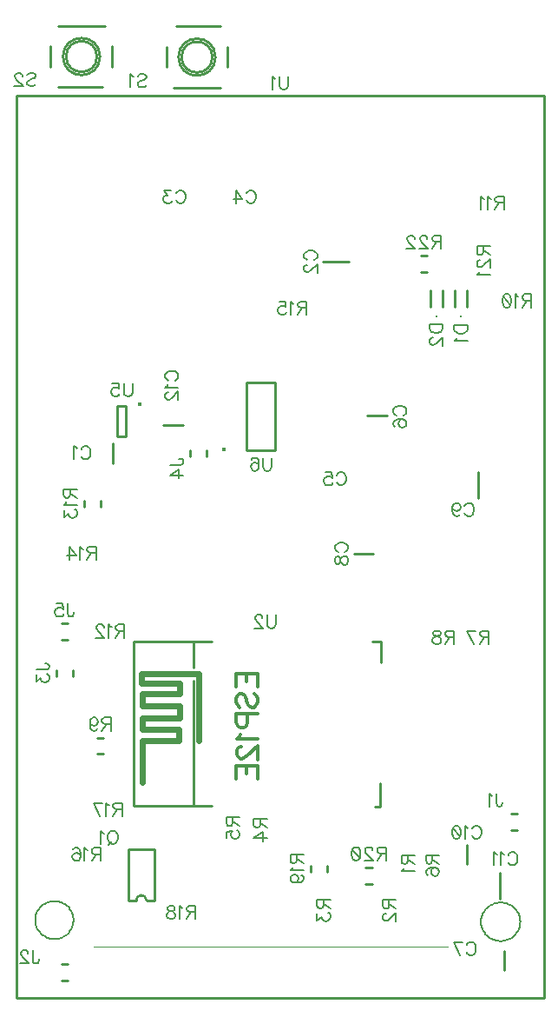
<source format=gbr>
G04 DipTrace 3.1.0.1*
G04 Íèæíÿÿìàðêèðîâêà.gbr*
%MOMM*%
G04 #@! TF.FileFunction,Legend,Bot*
G04 #@! TF.Part,Single*
%ADD10C,0.25*%
%ADD16C,0.2*%
%ADD17C,0.03333*%
%ADD23O,0.23999X0.23961*%
%ADD44C,0.6096*%
%ADD50O,0.39103X0.39118*%
%ADD52O,0.39193X0.39124*%
%ADD99C,0.19608*%
%ADD100C,0.31373*%
%FSLAX35Y35*%
G04*
G71*
G90*
G75*
G01*
G04 BotSilk*
%LPD*%
X2014750Y6616867D2*
D10*
Y6489880D1*
Y6458123D1*
Y6616867D2*
Y6648623D1*
X4096500Y8417373D2*
X4318750D1*
X4128250D2*
X4064750D1*
X4653244Y6918373D2*
X4526256D1*
X4494500D1*
X4653244D2*
X4685000D1*
X5826750Y1673867D2*
Y1546880D1*
Y1515123D1*
Y1673867D2*
Y1705623D1*
X4524244Y5575373D2*
X4397256D1*
X4365500D1*
X4524244D2*
X4556000D1*
X5580750Y6150123D2*
Y6372373D1*
Y6181873D2*
Y6118373D1*
X5464750Y2706867D2*
Y2579880D1*
Y2548123D1*
Y2706867D2*
Y2738623D1*
X5785750Y2248123D2*
Y2470373D1*
Y2279873D2*
Y2216373D1*
X5469748Y7977367D2*
Y8137365D1*
X5349752Y7977367D2*
Y8137365D1*
D23*
X5409750Y7883367D3*
X5229748Y7977367D2*
D10*
Y8137365D1*
X5109752Y7977367D2*
Y8137365D1*
D23*
X5169750Y7883367D3*
X5959670Y2883453D2*
D10*
X5899830D1*
X5959670Y3043293D2*
X5899830D1*
X1569670Y1414453D2*
X1509830D1*
X1569670Y1574293D2*
X1509830D1*
X1619670Y4443293D2*
Y4383453D1*
X1459830Y4443293D2*
Y4383453D1*
X2929670Y6583293D2*
Y6523453D1*
X2769830Y6583293D2*
Y6523453D1*
X1569670Y4733453D2*
X1509830D1*
X1569670Y4893293D2*
X1509830D1*
X2160732Y2197868D2*
Y2697878D1*
X2420768Y2197868D2*
Y2697878D1*
X2160732D2*
X2420768D1*
X2240726Y2197868D2*
X2160732D1*
X2340774D2*
X2420768D1*
X2240726D2*
G02X2340774Y2197868I50024J-23D01*
G01*
X1919670Y3622453D2*
X1859830D1*
X1919670Y3782293D2*
X1859830D1*
X1729830Y6033453D2*
Y6093293D1*
X1889670Y6033453D2*
Y6093293D1*
X4099670Y2537293D2*
Y2477453D1*
X3939830Y2537293D2*
Y2477453D1*
X4479830Y2518293D2*
X4539670D1*
X4479830Y2358453D2*
X4539670D1*
X5074417Y8316420D2*
X5014577D1*
X5074417Y8476260D2*
X5014577D1*
X2653133Y10411123D2*
G02X2653133Y10411123I179990J0D01*
G01*
X2603113Y10111105D2*
X3063133D1*
X3133161Y10311117D2*
Y10511129D1*
X3063133Y10711141D2*
X2633125D1*
X2533085Y10511129D2*
Y10311117D1*
X2683145Y10411123D2*
G02X2683145Y10411123I149978J0D01*
G01*
X1526887Y10416623D2*
G02X1526887Y10416623I179990J0D01*
G01*
X1936887Y10716641D2*
X1476867D1*
X1406839Y10516629D2*
Y10316617D1*
X1476867Y10116605D2*
X1906875D1*
X2006915Y10316617D2*
Y10516629D1*
X1556899Y10416623D2*
G02X1556899Y10416623I149978J0D01*
G01*
X6218373Y10038248D2*
X1074873D1*
Y1243498D1*
X6218373D1*
Y10038248D1*
X2212997Y3117570D2*
X2974976D1*
X2212997D2*
Y4720999D1*
X2974976D1*
X2800281D2*
Y4467047D1*
Y4339984D2*
Y3133584D1*
X4566757Y3111304D2*
X4616854D1*
X2781784Y4401427D2*
D44*
X2291866D1*
Y4311439D1*
X2661552D1*
Y4211355D1*
X2301629D1*
Y4091429D1*
X2661552D1*
Y3971328D1*
X2301629D1*
Y3861323D1*
X2651790D1*
Y3751318D1*
X2301629D1*
Y3351331D1*
X4616854Y3111304D2*
D10*
Y3336362D1*
X2791803Y4401427D2*
D44*
X2851662D1*
Y3751318D1*
X4626102Y4514565D2*
D10*
Y4720999D1*
X4546719D1*
D50*
X2273732Y7030754D3*
X2136405Y7017388D2*
D10*
Y6717393D1*
X2056419Y7017388D2*
Y6717393D1*
X2136405D2*
X2056419D1*
X2136405Y7017388D2*
X2056419D1*
D52*
X3093056Y6586017D3*
X3319751Y6583377D2*
D10*
Y7243345D1*
X3599749Y6583377D2*
Y7243345D1*
X3319751D2*
X3599749D1*
X3319751Y6583377D2*
X3599749D1*
X2536256Y6828373D2*
X2663244D1*
X2695000D1*
X2536256D2*
X2504500D1*
X5603750Y1988873D2*
D16*
X5604218Y2001953D1*
X5605619Y2014968D1*
X5607946Y2027857D1*
X5611188Y2040555D1*
X5615329Y2053002D1*
X5620349Y2065136D1*
X5626224Y2076899D1*
X5632925Y2088233D1*
X5640419Y2099083D1*
X5648669Y2109396D1*
X5657637Y2119122D1*
X5667277Y2128213D1*
X5677543Y2136625D1*
X5688385Y2144318D1*
X5699750Y2151253D1*
X5711583Y2157397D1*
X5723826Y2162720D1*
X5736419Y2167196D1*
X5749301Y2170804D1*
X5762410Y2173525D1*
X5775681Y2175346D1*
X5789049Y2176259D1*
X5802451D1*
X5815819Y2175346D1*
X5829090Y2173525D1*
X5842199Y2170804D1*
X5855081Y2167196D1*
X5867674Y2162720D1*
X5879917Y2157397D1*
X5891750Y2151253D1*
X5903115Y2144318D1*
X5913957Y2136625D1*
X5924223Y2128213D1*
X5933863Y2119122D1*
X5942831Y2109396D1*
X5951081Y2099083D1*
X5958575Y2088233D1*
X5965276Y2076899D1*
X5971151Y2065136D1*
X5976171Y2053002D1*
X5980312Y2040555D1*
X5983554Y2027857D1*
X5985881Y2014968D1*
X5987282Y2001953D1*
X5987750Y1988873D1*
X5987282Y1975794D1*
X5985881Y1962778D1*
X5983554Y1949890D1*
X5980312Y1937191D1*
X5976171Y1924745D1*
X5971151Y1912610D1*
X5965276Y1900847D1*
X5958575Y1889513D1*
X5951081Y1878664D1*
X5942831Y1868351D1*
X5933863Y1858625D1*
X5924223Y1849534D1*
X5913957Y1841121D1*
X5903115Y1833429D1*
X5891750Y1826494D1*
X5879917Y1820349D1*
X5867674Y1815026D1*
X5855081Y1810550D1*
X5842199Y1806943D1*
X5829090Y1804222D1*
X5815819Y1802400D1*
X5802451Y1801488D1*
X5789049D1*
X5775681Y1802400D1*
X5762410Y1804222D1*
X5749301Y1806943D1*
X5736419Y1810550D1*
X5723826Y1815026D1*
X5711583Y1820349D1*
X5699750Y1826494D1*
X5688385Y1833429D1*
X5677543Y1841121D1*
X5667277Y1849534D1*
X5657637Y1858625D1*
X5648669Y1868351D1*
X5640419Y1878664D1*
X5632925Y1889513D1*
X5626224Y1900847D1*
X5620349Y1912610D1*
X5615329Y1924745D1*
X5611188Y1937191D1*
X5607946Y1949890D1*
X5605619Y1962778D1*
X5604218Y1975794D1*
X5603750Y1988873D1*
X5278750Y1745373D2*
D17*
X1826750D1*
X1254750Y2005873D2*
D16*
X1255206Y2018743D1*
X1256570Y2031551D1*
X1258836Y2044233D1*
X1261994Y2056728D1*
X1266027Y2068976D1*
X1270917Y2080916D1*
X1276639Y2092491D1*
X1283165Y2103643D1*
X1290464Y2114320D1*
X1298500Y2124468D1*
X1307233Y2134038D1*
X1316623Y2142984D1*
X1326621Y2151261D1*
X1337181Y2158831D1*
X1348250Y2165655D1*
X1359775Y2171701D1*
X1371699Y2176939D1*
X1383964Y2181343D1*
X1396511Y2184893D1*
X1409278Y2187570D1*
X1422203Y2189363D1*
X1435224Y2190261D1*
X1448276D1*
X1461297Y2189363D1*
X1474222Y2187570D1*
X1486989Y2184893D1*
X1499536Y2181343D1*
X1511801Y2176939D1*
X1523725Y2171701D1*
X1535250Y2165655D1*
X1546319Y2158831D1*
X1556879Y2151261D1*
X1566877Y2142984D1*
X1576267Y2134038D1*
X1585000Y2124468D1*
X1593036Y2114320D1*
X1600335Y2103643D1*
X1606861Y2092491D1*
X1612583Y2080916D1*
X1617473Y2068976D1*
X1621506Y2056728D1*
X1624664Y2044233D1*
X1626930Y2031551D1*
X1628294Y2018743D1*
X1628750Y2005873D1*
X1628294Y1993003D1*
X1626930Y1980196D1*
X1624664Y1967514D1*
X1621506Y1955018D1*
X1617473Y1942771D1*
X1612583Y1930830D1*
X1606861Y1919256D1*
X1600335Y1908103D1*
X1593036Y1897427D1*
X1585000Y1887279D1*
X1576267Y1877709D1*
X1566877Y1868763D1*
X1556879Y1860485D1*
X1546319Y1852916D1*
X1535250Y1846092D1*
X1523725Y1840046D1*
X1511801Y1834808D1*
X1499536Y1830403D1*
X1486989Y1826854D1*
X1474222Y1824176D1*
X1461297Y1822384D1*
X1448276Y1821486D1*
X1435224D1*
X1422203Y1822384D1*
X1409278Y1824176D1*
X1396511Y1826854D1*
X1383964Y1830403D1*
X1371699Y1834808D1*
X1359775Y1840046D1*
X1348250Y1846092D1*
X1337181Y1852916D1*
X1326621Y1860485D1*
X1316623Y1868763D1*
X1307233Y1877709D1*
X1298500Y1887279D1*
X1290464Y1897427D1*
X1283165Y1908103D1*
X1276639Y1919256D1*
X1270917Y1930830D1*
X1266027Y1942771D1*
X1261994Y1955018D1*
X1258836Y1967514D1*
X1256570Y1980196D1*
X1255206Y1993003D1*
X1254750Y2005873D1*
X1704035Y6591287D2*
D99*
X1710071Y6603360D1*
X1722285Y6615573D1*
X1734358Y6621610D1*
X1758644D1*
X1770858Y6615573D1*
X1782931Y6603360D1*
X1789108Y6591287D1*
X1795144Y6573037D1*
Y6542573D1*
X1789108Y6524464D1*
X1782931Y6512250D1*
X1770858Y6500177D1*
X1758644Y6494000D1*
X1734358D1*
X1722285Y6500177D1*
X1710071Y6512250D1*
X1704035Y6524464D1*
X1664819Y6597183D2*
X1652606Y6603360D1*
X1634356Y6621470D1*
Y6494000D1*
X3909087Y8433963D2*
X3897014Y8440000D1*
X3884800Y8452213D1*
X3878764Y8464286D1*
Y8488573D1*
X3884800Y8500786D1*
X3897014Y8512859D1*
X3909087Y8519036D1*
X3927337Y8525073D1*
X3957800D1*
X3975910Y8519036D1*
X3988123Y8512859D1*
X4000196Y8500786D1*
X4006373Y8488573D1*
Y8464286D1*
X4000196Y8452213D1*
X3988123Y8440000D1*
X3975910Y8433963D1*
X3909227Y8388571D2*
X3903190D1*
X3890977Y8382534D1*
X3884940Y8376498D1*
X3878904Y8364284D1*
Y8339998D1*
X3884940Y8327924D1*
X3890977Y8321888D1*
X3903190Y8315711D1*
X3915263D1*
X3927477Y8321888D1*
X3945587Y8333961D1*
X4006373Y8394747D1*
Y8309674D1*
X2629976Y9084037D2*
X2636013Y9096110D1*
X2648226Y9108323D1*
X2660299Y9114360D1*
X2684586D1*
X2696799Y9108323D1*
X2708872Y9096110D1*
X2715049Y9084037D1*
X2721086Y9065787D1*
Y9035323D1*
X2715049Y9017214D1*
X2708872Y9005000D1*
X2696799Y8992927D1*
X2684586Y8986750D1*
X2660299D1*
X2648226Y8992927D1*
X2636013Y9005000D1*
X2629976Y9017214D1*
X2578547Y9114220D2*
X2511864D1*
X2548224Y9065646D1*
X2529974D1*
X2517901Y9059610D1*
X2511864Y9053573D1*
X2505687Y9035323D1*
Y9023250D1*
X2511864Y9005000D1*
X2523937Y8992787D1*
X2542187Y8986750D1*
X2560437D1*
X2578547Y8992787D1*
X2584584Y8998964D1*
X2590761Y9011037D1*
X3315995Y9084037D2*
X3322031Y9096110D1*
X3334245Y9108323D1*
X3346318Y9114360D1*
X3370604D1*
X3382818Y9108323D1*
X3394891Y9096110D1*
X3401068Y9084037D1*
X3407104Y9065787D1*
Y9035323D1*
X3401068Y9017214D1*
X3394891Y9005000D1*
X3382818Y8992927D1*
X3370604Y8986750D1*
X3346318D1*
X3334245Y8992927D1*
X3322031Y9005000D1*
X3315995Y9017214D1*
X3215992Y8986750D2*
Y9114220D1*
X3276779Y9029287D1*
X3185669D1*
X4195703Y6338190D2*
X4201739Y6350263D1*
X4213953Y6362477D1*
X4226026Y6368513D1*
X4250313D1*
X4262526Y6362477D1*
X4274599Y6350263D1*
X4280776Y6338190D1*
X4286813Y6319940D1*
Y6289477D1*
X4280776Y6271367D1*
X4274599Y6259154D1*
X4262526Y6247081D1*
X4250313Y6240904D1*
X4226026D1*
X4213953Y6247081D1*
X4201739Y6259154D1*
X4195703Y6271367D1*
X4083628Y6368373D2*
X4144274D1*
X4150310Y6313763D1*
X4144274Y6319800D1*
X4126024Y6325977D1*
X4107914D1*
X4089664Y6319800D1*
X4077451Y6307727D1*
X4071414Y6289477D1*
Y6277404D1*
X4077451Y6259154D1*
X4089664Y6246940D1*
X4107914Y6240904D1*
X4126024D1*
X4144274Y6246940D1*
X4150310Y6253117D1*
X4156487Y6265190D1*
X4778837Y6921875D2*
X4766764Y6927911D1*
X4754550Y6940125D1*
X4748514Y6952198D1*
Y6976484D1*
X4754550Y6988698D1*
X4766764Y7000771D1*
X4778837Y7006948D1*
X4797087Y7012984D1*
X4827550D1*
X4845660Y7006948D1*
X4857873Y7000771D1*
X4869946Y6988698D1*
X4876123Y6976484D1*
Y6952198D1*
X4869946Y6940124D1*
X4857873Y6927911D1*
X4845660Y6921875D1*
X4766763Y6809799D2*
X4754690Y6815836D1*
X4748654Y6834086D1*
Y6846159D1*
X4754690Y6864409D1*
X4772940Y6876622D1*
X4803264Y6882659D1*
X4833587D1*
X4857873Y6876622D1*
X4870087Y6864409D1*
X4876123Y6846159D1*
Y6840122D1*
X4870087Y6822013D1*
X4857873Y6809799D1*
X4839623Y6803763D1*
X4833586D1*
X4815336Y6809799D1*
X4803263Y6822013D1*
X4797227Y6840123D1*
Y6846159D1*
X4803264Y6864409D1*
X4815337Y6876622D1*
X4833587Y6882659D1*
X5463340Y1761287D2*
X5469376Y1773360D1*
X5481590Y1785573D1*
X5493663Y1791610D1*
X5517949D1*
X5530163Y1785573D1*
X5542236Y1773360D1*
X5548413Y1761287D1*
X5554449Y1743037D1*
Y1712573D1*
X5548413Y1694464D1*
X5542236Y1682250D1*
X5530163Y1670177D1*
X5517949Y1664000D1*
X5493663D1*
X5481590Y1670177D1*
X5469376Y1682250D1*
X5463340Y1694464D1*
X5399837Y1664000D2*
X5339051Y1791470D1*
X5424124D1*
X4209837Y5591893D2*
X4197764Y5597929D1*
X4185550Y5610143D1*
X4179514Y5622216D1*
Y5646502D1*
X4185550Y5658716D1*
X4197764Y5670789D1*
X4209837Y5676966D1*
X4228087Y5683002D1*
X4258550D1*
X4276660Y5676966D1*
X4288873Y5670789D1*
X4300946Y5658716D1*
X4307123Y5646502D1*
Y5622216D1*
X4300946Y5610143D1*
X4288873Y5597929D1*
X4276660Y5591893D1*
X4179654Y5522354D2*
X4185690Y5540464D1*
X4197764Y5546641D1*
X4209977D1*
X4222050Y5540464D1*
X4228227Y5528391D1*
X4234263Y5504104D1*
X4240300Y5485854D1*
X4252513Y5473781D1*
X4264586Y5467745D1*
X4282836D1*
X4294910Y5473781D1*
X4301087Y5479818D1*
X4307123Y5498068D1*
Y5522354D1*
X4301087Y5540464D1*
X4294910Y5546641D1*
X4282837Y5552677D1*
X4264587D1*
X4252514Y5546641D1*
X4240300Y5534427D1*
X4234264Y5516318D1*
X4228227Y5492031D1*
X4222050Y5479818D1*
X4209977Y5473781D1*
X4197763D1*
X4185690Y5479818D1*
X4179654Y5498068D1*
Y5522354D1*
X5444321Y6038037D2*
X5450358Y6050110D1*
X5462571Y6062323D1*
X5474644Y6068360D1*
X5498931D1*
X5511144Y6062323D1*
X5523217Y6050110D1*
X5529394Y6038037D1*
X5535431Y6019787D1*
Y5989323D1*
X5529394Y5971214D1*
X5523217Y5959000D1*
X5511144Y5946927D1*
X5498931Y5940750D1*
X5474644D1*
X5462571Y5946927D1*
X5450358Y5959000D1*
X5444321Y5971214D1*
X5326069Y6025823D2*
X5332246Y6007573D1*
X5344319Y5995360D1*
X5362569Y5989323D1*
X5368606D1*
X5386856Y5995360D1*
X5398929Y6007573D1*
X5405106Y6025823D1*
Y6031860D1*
X5398929Y6050110D1*
X5386856Y6062183D1*
X5368606Y6068220D1*
X5362569D1*
X5344319Y6062183D1*
X5332246Y6050110D1*
X5326069Y6025823D1*
Y5995360D1*
X5332246Y5965037D1*
X5344319Y5946787D1*
X5362569Y5940750D1*
X5374642D1*
X5392892Y5946787D1*
X5398929Y5959000D1*
X5516179Y2894287D2*
X5522216Y2906360D1*
X5534429Y2918573D1*
X5546502Y2924610D1*
X5570789D1*
X5583002Y2918573D1*
X5595075Y2906360D1*
X5601252Y2894287D1*
X5607289Y2876037D1*
Y2845573D1*
X5601252Y2827464D1*
X5595075Y2815250D1*
X5583002Y2803177D1*
X5570789Y2797000D1*
X5546502D1*
X5534429Y2803177D1*
X5522216Y2815250D1*
X5516179Y2827464D1*
X5476963Y2900183D2*
X5464750Y2906360D1*
X5446500Y2924470D1*
Y2797000D1*
X5370784Y2924470D2*
X5389034Y2918433D1*
X5401248Y2900183D1*
X5407284Y2869860D1*
Y2851610D1*
X5401248Y2821287D1*
X5389034Y2803037D1*
X5370784Y2797000D1*
X5358711D1*
X5340461Y2803037D1*
X5328388Y2821287D1*
X5322211Y2851610D1*
Y2869860D1*
X5328388Y2900183D1*
X5340461Y2918433D1*
X5358711Y2924470D1*
X5370784D1*
X5328388Y2900183D2*
X5401248Y2821287D1*
X5868874Y2637037D2*
X5874911Y2649110D1*
X5887124Y2661323D1*
X5899197Y2667360D1*
X5923484D1*
X5935697Y2661323D1*
X5947770Y2649110D1*
X5953947Y2637037D1*
X5959984Y2618787D1*
Y2588323D1*
X5953947Y2570214D1*
X5947770Y2558000D1*
X5935697Y2545927D1*
X5923484Y2539750D1*
X5899197D1*
X5887124Y2545927D1*
X5874911Y2558000D1*
X5868874Y2570214D1*
X5829659Y2642933D2*
X5817445Y2649110D1*
X5799195Y2667220D1*
Y2539750D1*
X5759980Y2642933D2*
X5747766Y2649110D1*
X5729516Y2667220D1*
Y2539750D1*
X5343765Y7801760D2*
X5471375Y7801759D1*
Y7759223D1*
X5465198Y7740973D1*
X5453125Y7728760D1*
X5440911Y7722723D1*
X5422802Y7716687D1*
X5392338D1*
X5374088Y7722723D1*
X5362015Y7728760D1*
X5349802Y7740973D1*
X5343765Y7759223D1*
Y7801760D1*
X5368192Y7677471D2*
X5362015Y7665258D1*
X5343905Y7647008D1*
X5471375D1*
X5103765Y7809064D2*
X5231375D1*
Y7766528D1*
X5225198Y7748278D1*
X5213125Y7736064D1*
X5200911Y7730028D1*
X5182802Y7723991D1*
X5152338D1*
X5134088Y7730028D1*
X5122015Y7736064D1*
X5109802Y7748278D1*
X5103765Y7766528D1*
Y7809064D1*
X5134229Y7678599D2*
X5128192D1*
X5115979Y7672562D1*
X5109942Y7666526D1*
X5103906Y7654312D1*
X5103905Y7630026D1*
X5109942Y7617953D1*
X5115979Y7611916D1*
X5128192Y7605739D1*
X5140265D1*
X5152479Y7611916D1*
X5170588Y7623989D1*
X5231375Y7684776D1*
Y7599703D1*
X5754196Y3239360D2*
Y3142214D1*
X5760233Y3123964D1*
X5766410Y3117927D1*
X5778483Y3111750D1*
X5790696D1*
X5802769Y3117927D1*
X5808806Y3123964D1*
X5814983Y3142214D1*
Y3154287D1*
X5714981Y3214933D2*
X5702767Y3221110D1*
X5684517Y3239220D1*
Y3111750D1*
X1231501Y1710360D2*
Y1613214D1*
X1237538Y1594964D1*
X1243715Y1588927D1*
X1255788Y1582750D1*
X1268001D1*
X1280074Y1588927D1*
X1286111Y1594964D1*
X1292288Y1613214D1*
Y1625287D1*
X1186109Y1679896D2*
Y1685933D1*
X1180072Y1698146D1*
X1174035Y1704183D1*
X1161822Y1710220D1*
X1137535D1*
X1125462Y1704183D1*
X1119426Y1698146D1*
X1113249Y1685933D1*
Y1673860D1*
X1119426Y1661646D1*
X1131499Y1643537D1*
X1192285Y1582750D1*
X1107212D1*
X1263764Y4445125D2*
X1360910D1*
X1379160Y4451161D1*
X1385196Y4457338D1*
X1391373Y4469411D1*
Y4481624D1*
X1385196Y4493698D1*
X1379160Y4499734D1*
X1360910Y4505911D1*
X1348837D1*
X1263904Y4393696D2*
Y4327013D1*
X1312477Y4363373D1*
Y4345123D1*
X1318513Y4333049D1*
X1324550Y4327013D1*
X1342800Y4320836D1*
X1354873D1*
X1373123Y4327013D1*
X1385337Y4339086D1*
X1391373Y4357336D1*
Y4375586D1*
X1385337Y4393695D1*
X1379160Y4399732D1*
X1367087Y4405909D1*
X2573764Y6438143D2*
X2670910D1*
X2689160Y6444179D1*
X2695196Y6450356D1*
X2701373Y6462429D1*
Y6474643D1*
X2695196Y6486716D1*
X2689160Y6492752D1*
X2670910Y6498929D1*
X2658837D1*
X2701373Y6338141D2*
X2573904D1*
X2658837Y6398927D1*
X2658836Y6307818D1*
X1571501Y5089360D2*
Y4992214D1*
X1577538Y4973964D1*
X1583715Y4967927D1*
X1595788Y4961750D1*
X1608001D1*
X1620074Y4967927D1*
X1626111Y4973964D1*
X1632288Y4992214D1*
Y5004287D1*
X1459426Y5089220D2*
X1520072D1*
X1526109Y5034610D1*
X1520072Y5040646D1*
X1501822Y5046823D1*
X1483712D1*
X1465462Y5040646D1*
X1453249Y5028573D1*
X1447212Y5010323D1*
Y4998250D1*
X1453249Y4980000D1*
X1465462Y4967787D1*
X1483712Y4961750D1*
X1501822D1*
X1520072Y4967787D1*
X1526109Y4973964D1*
X1532285Y4986037D1*
X2024733Y2875865D2*
X2036806Y2869969D1*
X2049019Y2857755D1*
X2055056Y2845542D1*
X2061233Y2827292D1*
Y2796969D1*
X2055056Y2778719D1*
X2049019Y2766646D1*
X2036806Y2754432D1*
X2024733Y2748396D1*
X2000446D1*
X1988233Y2754432D1*
X1976160Y2766646D1*
X1970123Y2778719D1*
X1963946Y2796969D1*
Y2827292D1*
X1970123Y2845542D1*
X1976160Y2857755D1*
X1988233Y2869969D1*
X2000446Y2875865D1*
X2024733D1*
X2006483Y2772682D2*
X1970123Y2736182D1*
X1924731Y2851438D2*
X1912517Y2857615D1*
X1894267Y2875725D1*
Y2748255D1*
X4889550Y2635750D2*
Y2581140D1*
X4883373Y2562890D1*
X4877337Y2556713D1*
X4865264Y2550677D1*
X4853050D1*
X4840977Y2556713D1*
X4834800Y2562890D1*
X4828764Y2581140D1*
Y2635750D1*
X4956373Y2635749D1*
X4889550Y2593213D2*
X4956373Y2550676D1*
X4853190Y2511461D2*
X4847013Y2499248D1*
X4828904Y2480998D1*
X4956373D1*
X4708550Y2201054D2*
Y2146445D1*
X4702373Y2128195D1*
X4696337Y2122018D1*
X4684264Y2115981D1*
X4672050D1*
X4659977Y2122018D1*
X4653800Y2128195D1*
X4647764Y2146445D1*
Y2201054D1*
X4775373D1*
X4708550Y2158518D2*
X4775373Y2115981D1*
X4678227Y2070589D2*
X4672190D1*
X4659977Y2064552D1*
X4653940Y2058516D1*
X4647904Y2046302D1*
Y2022016D1*
X4653940Y2009943D1*
X4659977Y2003906D1*
X4672190Y1997729D1*
X4684263D1*
X4696477Y2003906D1*
X4714587Y2015979D1*
X4775373Y2076766D1*
Y1991693D1*
X4066550Y2205054D2*
Y2150445D1*
X4060373Y2132195D1*
X4054337Y2126018D1*
X4042264Y2119981D1*
X4030050D1*
X4017977Y2126018D1*
X4011800Y2132195D1*
X4005764Y2150445D1*
Y2205054D1*
X4133373D1*
X4066550Y2162518D2*
X4133373Y2119981D1*
X4005904Y2068552D2*
Y2001870D1*
X4054477Y2038229D1*
Y2019979D1*
X4060513Y2007906D1*
X4066550Y2001870D1*
X4084800Y1995693D1*
X4096873D1*
X4115123Y2001870D1*
X4127337Y2013943D1*
X4133373Y2032193D1*
Y2050443D1*
X4127337Y2068552D1*
X4121160Y2074589D1*
X4109087Y2080766D1*
X3448550Y2991073D2*
Y2936463D1*
X3442373Y2918213D1*
X3436337Y2912036D1*
X3424264Y2906000D1*
X3412050D1*
X3399977Y2912036D1*
X3393800Y2918213D1*
X3387764Y2936463D1*
Y2991073D1*
X3515373D1*
X3448550Y2948536D2*
X3515373Y2905999D1*
Y2805997D2*
X3387904Y2805998D1*
X3472837Y2866784D1*
X3472836Y2775674D1*
X3182550Y3005054D2*
Y2950445D1*
X3176373Y2932195D1*
X3170337Y2926018D1*
X3158264Y2919981D1*
X3146050D1*
X3133977Y2926018D1*
X3127800Y2932195D1*
X3121764Y2950445D1*
Y3005054D1*
X3249373D1*
X3182550Y2962518D2*
X3249373Y2919981D1*
X3121904Y2807906D2*
Y2868552D1*
X3176514Y2874589D1*
X3170477Y2868552D1*
X3164300Y2850302D1*
Y2832193D1*
X3170477Y2813943D1*
X3182550Y2801729D1*
X3200800Y2795693D1*
X3212873D1*
X3231123Y2801729D1*
X3243337Y2813943D1*
X3249373Y2832193D1*
Y2850302D1*
X3243337Y2868552D1*
X3237160Y2874589D1*
X3225087Y2880766D1*
X5129550Y2639966D2*
Y2585356D1*
X5123373Y2567106D1*
X5117337Y2560929D1*
X5105264Y2554893D1*
X5093050D1*
X5080977Y2560929D1*
X5074800Y2567106D1*
X5068764Y2585356D1*
Y2639966D1*
X5196373D1*
X5129550Y2597429D2*
X5196373Y2554893D1*
X5087013Y2442818D2*
X5074940Y2448854D1*
X5068904Y2467104D1*
Y2479177D1*
X5074940Y2497427D1*
X5093190Y2509641D1*
X5123514Y2515677D1*
X5153837D1*
X5178123Y2509641D1*
X5190337Y2497427D1*
X5196373Y2479177D1*
Y2473141D1*
X5190337Y2455031D1*
X5178123Y2442818D1*
X5159873Y2436781D1*
X5153836D1*
X5135586Y2442818D1*
X5123513Y2455031D1*
X5117477Y2473141D1*
Y2479177D1*
X5123514Y2497427D1*
X5135587Y2509641D1*
X5153837Y2515677D1*
X5679431Y4763573D2*
X5624821D1*
X5606571Y4769750D1*
X5600394Y4775787D1*
X5594358Y4787860D1*
Y4800073D1*
X5600394Y4812146D1*
X5606571Y4818323D1*
X5624821Y4824360D1*
X5679431D1*
Y4696750D1*
X5636894Y4763573D2*
X5594358Y4696750D1*
X5530856D2*
X5470069Y4824220D1*
X5555142D1*
X5339361Y4763573D2*
X5284751D1*
X5266501Y4769750D1*
X5260324Y4775787D1*
X5254288Y4787860D1*
Y4800073D1*
X5260324Y4812146D1*
X5266501Y4818323D1*
X5284751Y4824360D1*
X5339361D1*
Y4696750D1*
X5296824Y4763573D2*
X5254288Y4696750D1*
X5184749Y4824220D2*
X5202859Y4818183D1*
X5209035Y4806110D1*
Y4793896D1*
X5202859Y4781823D1*
X5190785Y4775646D1*
X5166499Y4769610D1*
X5148249Y4763573D1*
X5136176Y4751360D1*
X5130139Y4739287D1*
Y4721037D1*
X5136176Y4708964D1*
X5142212Y4702787D1*
X5160462Y4696750D1*
X5184749D1*
X5202859Y4702787D1*
X5209035Y4708964D1*
X5215072Y4721037D1*
Y4739287D1*
X5209035Y4751360D1*
X5196822Y4763573D1*
X5178712Y4769610D1*
X5154426Y4775646D1*
X5142212Y4781823D1*
X5136176Y4793896D1*
Y4806110D1*
X5142212Y4818183D1*
X5160462Y4824220D1*
X5184749D1*
X1991413Y3917573D2*
X1936803D1*
X1918553Y3923750D1*
X1912376Y3929787D1*
X1906340Y3941860D1*
Y3954073D1*
X1912376Y3966146D1*
X1918553Y3972323D1*
X1936803Y3978360D1*
X1991413D1*
Y3850750D1*
X1948876Y3917573D2*
X1906340Y3850750D1*
X1788087Y3935823D2*
X1794264Y3917573D1*
X1806337Y3905360D1*
X1824587Y3899323D1*
X1830624D1*
X1848874Y3905360D1*
X1860947Y3917573D1*
X1867124Y3935823D1*
Y3941860D1*
X1860947Y3960110D1*
X1848874Y3972183D1*
X1830624Y3978220D1*
X1824587D1*
X1806337Y3972183D1*
X1794264Y3960110D1*
X1788087Y3935823D1*
Y3905360D1*
X1794264Y3875037D1*
X1806337Y3856787D1*
X1824587Y3850750D1*
X1836660D1*
X1854910Y3856787D1*
X1860947Y3869000D1*
X6091897Y8040973D2*
X6037288D1*
X6019038Y8047150D1*
X6012861Y8053187D1*
X6006824Y8065260D1*
Y8077473D1*
X6012861Y8089546D1*
X6019038Y8095723D1*
X6037288Y8101760D1*
X6091897D1*
Y7974150D1*
X6049361Y8040973D2*
X6006824Y7974150D1*
X5967608Y8077333D2*
X5955395Y8083510D1*
X5937145Y8101620D1*
Y7974150D1*
X5861429Y8101620D2*
X5879679Y8095583D1*
X5891893Y8077333D1*
X5897929Y8047010D1*
Y8028760D1*
X5891893Y7998437D1*
X5879679Y7980187D1*
X5861429Y7974150D1*
X5849356D1*
X5831106Y7980187D1*
X5819033Y7998437D1*
X5812856Y8028760D1*
Y8047010D1*
X5819033Y8077333D1*
X5831106Y8095583D1*
X5849356Y8101620D1*
X5861429D1*
X5819033Y8077333D2*
X5891893Y7998437D1*
X5826492Y8993373D2*
X5771883D1*
X5753633Y8999550D1*
X5747456Y9005587D1*
X5741419Y9017660D1*
Y9029873D1*
X5747456Y9041946D1*
X5753633Y9048123D1*
X5771883Y9054160D1*
X5826492D1*
Y8926550D1*
X5783956Y8993373D2*
X5741419Y8926550D1*
X5702204Y9029733D2*
X5689990Y9035910D1*
X5671740Y9054020D1*
Y8926550D1*
X5632524Y9029733D2*
X5620311Y9035910D1*
X5602061Y9054020D1*
Y8926550D1*
X2124270Y4823573D2*
X2069661D1*
X2051411Y4829750D1*
X2045234Y4835787D1*
X2039197Y4847860D1*
Y4860073D1*
X2045234Y4872146D1*
X2051411Y4878323D1*
X2069661Y4884360D1*
X2124270D1*
Y4756750D1*
X2081734Y4823573D2*
X2039197Y4756750D1*
X1999982Y4859933D2*
X1987768Y4866110D1*
X1969518Y4884220D1*
Y4756750D1*
X1924126Y4853896D2*
Y4859933D1*
X1918089Y4872146D1*
X1912053Y4878183D1*
X1899839Y4884220D1*
X1875553D1*
X1863480Y4878183D1*
X1857443Y4872146D1*
X1851266Y4859933D1*
Y4847860D1*
X1857443Y4835646D1*
X1869516Y4817537D1*
X1930303Y4756750D1*
X1845230D1*
X1594550Y6202894D2*
Y6148284D1*
X1588373Y6130034D1*
X1582337Y6123857D1*
X1570264Y6117821D1*
X1558050D1*
X1545977Y6123857D1*
X1539800Y6130034D1*
X1533764Y6148284D1*
Y6202894D1*
X1661373D1*
X1594550Y6160357D2*
X1661373Y6117821D1*
X1558190Y6078605D2*
X1552014Y6066392D1*
X1533904Y6048142D1*
X1661373D1*
X1533904Y5996713D2*
Y5930030D1*
X1582477Y5966390D1*
Y5948140D1*
X1588513Y5936067D1*
X1594550Y5930030D1*
X1612800Y5923853D1*
X1624873D1*
X1643123Y5930030D1*
X1655337Y5942103D1*
X1661373Y5960353D1*
Y5978603D1*
X1655337Y5996713D1*
X1649160Y6002749D1*
X1637087Y6008926D1*
X1847289Y5583573D2*
X1792679D1*
X1774429Y5589750D1*
X1768252Y5595787D1*
X1762216Y5607860D1*
Y5620073D1*
X1768252Y5632146D1*
X1774429Y5638323D1*
X1792679Y5644360D1*
X1847289D1*
Y5516750D1*
X1804752Y5583573D2*
X1762216Y5516750D1*
X1723000Y5619933D2*
X1710787Y5626110D1*
X1692537Y5644220D1*
Y5516750D1*
X1592534D2*
Y5644220D1*
X1653321Y5559287D1*
X1562211D1*
X3901270Y7968573D2*
X3846661D1*
X3828411Y7974750D1*
X3822234Y7980787D1*
X3816197Y7992860D1*
Y8005073D1*
X3822234Y8017146D1*
X3828411Y8023323D1*
X3846661Y8029360D1*
X3901270D1*
Y7901750D1*
X3858734Y7968573D2*
X3816197Y7901750D1*
X3776982Y8004933D2*
X3764768Y8011110D1*
X3746518Y8029220D1*
Y7901750D1*
X3634443Y8029220D2*
X3695089D1*
X3701126Y7974610D1*
X3695089Y7980646D1*
X3676839Y7986823D1*
X3658730D1*
X3640480Y7980646D1*
X3628266Y7968573D1*
X3622230Y7950323D1*
Y7938250D1*
X3628266Y7920000D1*
X3640480Y7907787D1*
X3658730Y7901750D1*
X3676839D1*
X3695089Y7907787D1*
X3701126Y7913964D1*
X3707303Y7926037D1*
X1890182Y2648573D2*
X1835572D1*
X1817322Y2654750D1*
X1811145Y2660787D1*
X1805109Y2672860D1*
Y2685073D1*
X1811145Y2697146D1*
X1817322Y2703323D1*
X1835572Y2709360D1*
X1890182D1*
Y2581750D1*
X1847645Y2648573D2*
X1805109Y2581750D1*
X1765893Y2684933D2*
X1753680Y2691110D1*
X1735430Y2709220D1*
Y2581750D1*
X1623355Y2691110D2*
X1629391Y2703183D1*
X1647641Y2709220D1*
X1659714D1*
X1677964Y2703183D1*
X1690178Y2684933D1*
X1696214Y2654610D1*
Y2624287D1*
X1690178Y2600000D1*
X1677964Y2587787D1*
X1659714Y2581750D1*
X1653678D1*
X1635568Y2587787D1*
X1623355Y2600000D1*
X1617318Y2618250D1*
Y2624287D1*
X1623355Y2642537D1*
X1635568Y2654610D1*
X1653678Y2660646D1*
X1659714D1*
X1677964Y2654610D1*
X1690178Y2642537D1*
X1696214Y2624287D1*
X2101270Y3086573D2*
X2046661D1*
X2028411Y3092750D1*
X2022234Y3098787D1*
X2016197Y3110860D1*
Y3123073D1*
X2022234Y3135146D1*
X2028411Y3141323D1*
X2046661Y3147360D1*
X2101270D1*
Y3019750D1*
X2058734Y3086573D2*
X2016197Y3019750D1*
X1976982Y3122933D2*
X1964768Y3129110D1*
X1946518Y3147220D1*
Y3019750D1*
X1883016D2*
X1822230Y3147220D1*
X1907303D1*
X2817200Y2084573D2*
X2762591D1*
X2744341Y2090750D1*
X2738164Y2096787D1*
X2732127Y2108860D1*
Y2121073D1*
X2738164Y2133146D1*
X2744341Y2139323D1*
X2762591Y2145360D1*
X2817200D1*
Y2017750D1*
X2774664Y2084573D2*
X2732127Y2017750D1*
X2692912Y2120933D2*
X2680698Y2127110D1*
X2662448Y2145220D1*
Y2017750D1*
X2592909Y2145220D2*
X2611019Y2139183D1*
X2617196Y2127110D1*
Y2114896D1*
X2611019Y2102823D1*
X2598946Y2096646D1*
X2574659Y2090610D1*
X2556409Y2084573D1*
X2544336Y2072360D1*
X2538300Y2060287D1*
Y2042037D1*
X2544336Y2029964D1*
X2550373Y2023787D1*
X2568623Y2017750D1*
X2592909D1*
X2611019Y2023787D1*
X2617196Y2029964D1*
X2623232Y2042037D1*
Y2060287D1*
X2617196Y2072360D1*
X2604982Y2084573D1*
X2586873Y2090610D1*
X2562586Y2096646D1*
X2550373Y2102823D1*
X2544336Y2114896D1*
Y2127110D1*
X2550373Y2139183D1*
X2568623Y2145220D1*
X2592909D1*
X3804550Y2643876D2*
Y2589266D1*
X3798373Y2571016D1*
X3792337Y2564839D1*
X3780264Y2558803D1*
X3768050D1*
X3755977Y2564839D1*
X3749800Y2571016D1*
X3743764Y2589266D1*
Y2643876D1*
X3871373D1*
X3804550Y2601339D2*
X3871373Y2558803D1*
X3768190Y2519587D2*
X3762014Y2507374D1*
X3743904Y2489124D1*
X3871373Y2489123D1*
X3786300Y2370871D2*
X3804550Y2377048D1*
X3816763Y2389121D1*
X3822800Y2407371D1*
Y2413408D1*
X3816764Y2431658D1*
X3804550Y2443731D1*
X3786300Y2449908D1*
X3780264D1*
X3762014Y2443731D1*
X3749940Y2431658D1*
X3743904Y2413408D1*
Y2407371D1*
X3749940Y2389121D1*
X3762013Y2377048D1*
X3786300Y2370871D1*
X3816763D1*
X3847086Y2377048D1*
X3865337Y2389121D1*
X3871373Y2407371D1*
Y2419444D1*
X3865337Y2437694D1*
X3853123Y2443731D1*
X4676575Y2653573D2*
X4621966D1*
X4603716Y2659750D1*
X4597539Y2665787D1*
X4591502Y2677860D1*
Y2690073D1*
X4597539Y2702146D1*
X4603716Y2708323D1*
X4621966Y2714360D1*
X4676575D1*
Y2586750D1*
X4634039Y2653573D2*
X4591502Y2586750D1*
X4546110Y2683896D2*
Y2689933D1*
X4540073Y2702146D1*
X4534037Y2708183D1*
X4521823Y2714220D1*
X4497537D1*
X4485463Y2708183D1*
X4479427Y2702146D1*
X4473250Y2689933D1*
Y2677860D1*
X4479427Y2665646D1*
X4491500Y2647537D1*
X4552287Y2586750D1*
X4467213D1*
X4391498Y2714220D2*
X4409748Y2708183D1*
X4421961Y2689933D1*
X4427998Y2659610D1*
Y2641360D1*
X4421961Y2611037D1*
X4409748Y2592787D1*
X4391498Y2586750D1*
X4379425D1*
X4361175Y2592787D1*
X4349102Y2611037D1*
X4342925Y2641360D1*
Y2659610D1*
X4349102Y2689933D1*
X4361175Y2708183D1*
X4379425Y2714220D1*
X4391498D1*
X4349102Y2689933D2*
X4421961Y2611037D1*
X5624950Y8567847D2*
Y8513238D1*
X5618773Y8494988D1*
X5612737Y8488811D1*
X5600664Y8482774D1*
X5588450D1*
X5576377Y8488811D1*
X5570200Y8494988D1*
X5564164Y8513238D1*
Y8567847D1*
X5691773D1*
X5624950Y8525311D2*
X5691773Y8482774D1*
X5594627Y8437382D2*
X5588590D1*
X5576377Y8431345D1*
X5570340Y8425309D1*
X5564304Y8413095D1*
Y8388809D1*
X5570340Y8376736D1*
X5576377Y8370699D1*
X5588590Y8364522D1*
X5600664D1*
X5612877Y8370699D1*
X5630987Y8382772D1*
X5691773Y8443558D1*
Y8358485D1*
X5588590Y8319270D2*
X5582413Y8307057D1*
X5564304Y8288807D1*
X5691773D1*
X5211322Y8611540D2*
X5156712D1*
X5138462Y8617717D1*
X5132285Y8623754D1*
X5126249Y8635827D1*
Y8648040D1*
X5132285Y8660113D1*
X5138462Y8666290D1*
X5156712Y8672327D1*
X5211322D1*
Y8544717D1*
X5168785Y8611540D2*
X5126249Y8544717D1*
X5080856Y8641863D2*
Y8647900D1*
X5074820Y8660113D1*
X5068783Y8666150D1*
X5056570Y8672186D1*
X5032283D1*
X5020210Y8666150D1*
X5014174Y8660113D1*
X5007997Y8647900D1*
Y8635827D1*
X5014174Y8623613D1*
X5026247Y8605504D1*
X5087033Y8544717D1*
X5001960D1*
X4956568Y8641863D2*
Y8647900D1*
X4950531Y8660113D1*
X4944494Y8666150D1*
X4932281Y8672186D1*
X4907994D1*
X4895921Y8666150D1*
X4889885Y8660113D1*
X4883708Y8647900D1*
Y8635827D1*
X4889885Y8623613D1*
X4901958Y8605504D1*
X4962744Y8544717D1*
X4877671D1*
X2255426Y10225860D2*
X2267499Y10238073D1*
X2285749Y10244110D1*
X2310036D1*
X2328286Y10238073D1*
X2340499Y10225860D1*
Y10213787D1*
X2334323Y10201573D1*
X2328286Y10195537D1*
X2316213Y10189500D1*
X2279713Y10177287D1*
X2267499Y10171250D1*
X2261463Y10165073D1*
X2255426Y10153000D1*
Y10134750D1*
X2267499Y10122677D1*
X2285749Y10116500D1*
X2310036D1*
X2328286Y10122677D1*
X2340499Y10134750D1*
X2216211Y10219683D2*
X2203997Y10225860D1*
X2185747Y10243970D1*
Y10116500D1*
X1175485Y10238360D2*
X1187558Y10250573D1*
X1205808Y10256610D1*
X1230094D1*
X1248344Y10250573D1*
X1260558Y10238360D1*
Y10226287D1*
X1254381Y10214073D1*
X1248344Y10208037D1*
X1236271Y10202000D1*
X1199771Y10189787D1*
X1187558Y10183750D1*
X1181521Y10177573D1*
X1175485Y10165500D1*
Y10147250D1*
X1187558Y10135177D1*
X1205808Y10129000D1*
X1230094D1*
X1248344Y10135177D1*
X1260558Y10147250D1*
X1130092Y10226146D2*
Y10232183D1*
X1124055Y10244396D1*
X1118019Y10250433D1*
X1105805Y10256470D1*
X1081519D1*
X1069446Y10250433D1*
X1063409Y10244396D1*
X1057232Y10232183D1*
Y10220110D1*
X1063409Y10207896D1*
X1075482Y10189787D1*
X1136269Y10129000D1*
X1051196D1*
X3723999Y10224235D2*
Y10133125D1*
X3717963Y10114875D1*
X3705749Y10102802D1*
X3687499Y10096625D1*
X3675426D1*
X3657176Y10102802D1*
X3644963Y10114875D1*
X3638926Y10133125D1*
Y10224235D1*
X3599711Y10199808D2*
X3587497Y10205985D1*
X3569247Y10224095D1*
Y10096625D1*
X3602201Y4977653D2*
Y4886544D1*
X3596164Y4868294D1*
X3583951Y4856221D1*
X3565701Y4850044D1*
X3553628D1*
X3535378Y4856221D1*
X3523164Y4868294D1*
X3517128Y4886544D1*
Y4977653D1*
X3471735Y4947190D2*
Y4953226D1*
X3465699Y4965440D1*
X3459662Y4971476D1*
X3447449Y4977513D1*
X3423162D1*
X3411089Y4971476D1*
X3405053Y4965440D1*
X3398876Y4953226D1*
Y4941153D1*
X3405053Y4928940D1*
X3417126Y4910830D1*
X3477912Y4850044D1*
X3392839D1*
X2204574Y7236300D2*
Y7145190D1*
X2198538Y7126940D1*
X2186324Y7114867D1*
X2168074Y7108690D1*
X2156001D1*
X2137751Y7114867D1*
X2125538Y7126940D1*
X2119501Y7145190D1*
Y7236300D1*
X2007426Y7236160D2*
X2068072D1*
X2074109Y7181550D1*
X2068072Y7187586D1*
X2049822Y7193763D1*
X2031712D1*
X2013462Y7187586D1*
X2001249Y7175513D1*
X1995212Y7157263D1*
Y7145190D1*
X2001249Y7126940D1*
X2013462Y7114727D1*
X2031712Y7108690D1*
X2049822D1*
X2068072Y7114727D1*
X2074109Y7120904D1*
X2080285Y7132977D1*
X3561342Y6509332D2*
Y6418222D1*
X3555306Y6399972D1*
X3543092Y6387899D1*
X3524842Y6381722D1*
X3512769D1*
X3494519Y6387899D1*
X3482306Y6399972D1*
X3476269Y6418222D1*
Y6509332D1*
X3364194Y6491082D2*
X3370231Y6503155D1*
X3388481Y6509191D1*
X3400554D1*
X3418804Y6503155D1*
X3431017Y6484905D1*
X3437054Y6454582D1*
Y6424259D1*
X3431017Y6399972D1*
X3418804Y6387759D1*
X3400554Y6381722D1*
X3394517D1*
X3376408Y6387759D1*
X3364194Y6399972D1*
X3358158Y6418222D1*
Y6424259D1*
X3364194Y6442509D1*
X3376408Y6454582D1*
X3394517Y6460618D1*
X3400554D1*
X3418804Y6454582D1*
X3431017Y6442509D1*
X3437054Y6424259D1*
X2553837Y7262803D2*
X2541764Y7268839D1*
X2529550Y7281053D1*
X2523514Y7293126D1*
Y7317412D1*
X2529550Y7329626D1*
X2541764Y7341699D1*
X2553837Y7347876D1*
X2572087Y7353912D1*
X2602550D1*
X2620660Y7347876D1*
X2632873Y7341699D1*
X2644946Y7329626D1*
X2651123Y7317412D1*
Y7293126D1*
X2644946Y7281053D1*
X2632873Y7268839D1*
X2620660Y7262803D1*
X2547940Y7223587D2*
X2541764Y7211374D1*
X2523654Y7193124D1*
X2651123Y7193123D1*
X2553977Y7147731D2*
X2547940D1*
X2535727Y7141694D1*
X2529690Y7135658D1*
X2523654Y7123444D1*
Y7099158D1*
X2529690Y7087085D1*
X2535727Y7081048D1*
X2547940Y7074871D1*
X2560013D1*
X2572227Y7081048D1*
X2590337Y7093121D1*
X2651123Y7153908D1*
Y7068835D1*
X3218591Y4277472D2*
D100*
Y4403706D1*
X3422767Y4403705D1*
Y4277472D1*
X3315850Y4403705D2*
Y4325989D1*
X3247791Y4078610D2*
X3228250Y4097927D1*
X3218591Y4127127D1*
Y4165985D1*
X3228250Y4195185D1*
X3247791Y4214727D1*
X3267108D1*
X3286650Y4204843D1*
X3296308Y4195185D1*
X3305967Y4175868D1*
X3325508Y4117468D1*
X3335167Y4097927D1*
X3345050Y4088268D1*
X3364367Y4078610D1*
X3393567D1*
X3412884Y4097927D1*
X3422767Y4127127D1*
Y4165985D1*
X3412884Y4195185D1*
X3393567Y4214727D1*
X3325508Y4015865D2*
Y3928265D1*
X3315850Y3899289D1*
X3305967Y3889406D1*
X3286650Y3879748D1*
X3257450D1*
X3238133Y3889406D1*
X3228250Y3899289D1*
X3218591Y3928265D1*
Y4015865D1*
X3422767D1*
X3257674Y3817003D2*
X3247791Y3797461D1*
X3218816Y3768261D1*
X3422767D1*
X3267333Y3695633D2*
X3257674D1*
X3238133Y3685974D1*
X3228474Y3676316D1*
X3218816Y3656774D1*
Y3617916D1*
X3228474Y3598599D1*
X3238133Y3588941D1*
X3257674Y3579058D1*
X3276991D1*
X3296533Y3588941D1*
X3325508Y3608258D1*
X3422767Y3705516D1*
Y3569399D1*
X3218591Y3380420D2*
Y3506654D1*
X3422767D1*
Y3380420D1*
X3315850Y3506654D2*
Y3428937D1*
M02*

</source>
